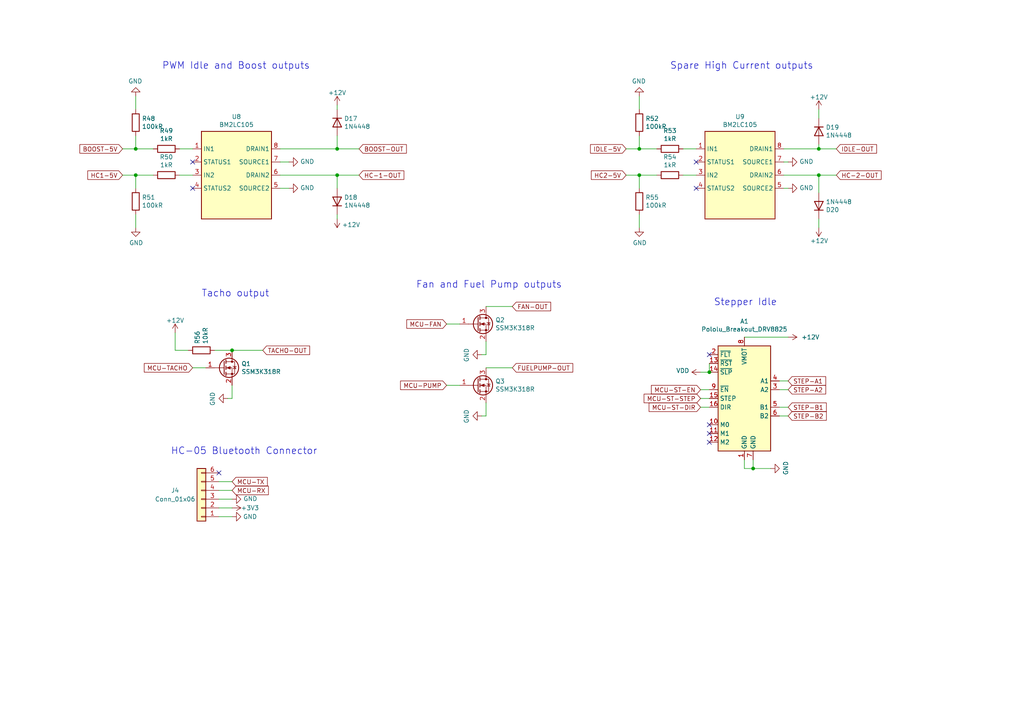
<source format=kicad_sch>
(kicad_sch (version 20211123) (generator eeschema)
  (paper "A4")
  (title_block (title "Speeduino board for Teensy 4.1") (date "2023-01-02") (rev "5") (company "Fontys Eindhoven EXPO group 13 || Speeduino") (comment 1 "Adapted from Speeduino V0.4.4c board"))
  (lib_symbols
    (symbol "Connector_Generic:Conn_01x06" (pin_names (offset 1.016) hide)
      (property "Reference" "J" (at 0 7.62 0))
      (property "Value" "Conn_01x06" (at 0 -10.16 0))
      (symbol "Conn_01x06_1_1"
        (rectangle (start -1.27 -7.493) (end 0 -7.747) (stroke (width 0.1524)))
        (rectangle (start -1.27 -4.953) (end 0 -5.207) (stroke (width 0.1524)))
        (rectangle (start -1.27 -2.413) (end 0 -2.667) (stroke (width 0.1524)))
        (rectangle (start -1.27 0.127) (end 0 -0.127) (stroke (width 0.1524)))
        (rectangle (start -1.27 2.667) (end 0 2.413) (stroke (width 0.1524)))
        (rectangle (start -1.27 5.207) (end 0 4.953) (stroke (width 0.1524)))
        (rectangle (start -1.27 6.35) (end 1.27 -8.89) (stroke (width 0.254)) (fill (type background)))
        (pin passive line (at -5.08 5.08 0) (length 3.81) (name "Pin_1") (number "1"))
        (pin passive line (at -5.08 2.54 0) (length 3.81) (name "Pin_2") (number "2"))
        (pin passive line (at -5.08 0 0) (length 3.81) (name "Pin_3") (number "3"))
        (pin passive line (at -5.08 -2.54 0) (length 3.81) (name "Pin_4") (number "4"))
        (pin passive line (at -5.08 -5.08 0) (length 3.81) (name "Pin_5") (number "5"))
        (pin passive line (at -5.08 -7.62 0) (length 3.81) (name "Pin_6") (number "6"))
      )
    )
    (symbol "Device:D" (pin_numbers hide) (pin_names (offset 1.016) hide)
      (property "Reference" "D" (at 0 2.54 0))
      (property "Value" "D" (at 0 -2.54 0))
      (symbol "D_0_1"
        (polyline (pts (xy -1.27 1.27) (xy -1.27 -1.27)) (stroke (width 0.254)))
        (polyline (pts (xy 1.27 0) (xy -1.27 0)))
        (polyline (pts (xy 1.27 1.27) (xy 1.27 -1.27) (xy -1.27 0) (xy 1.27 1.27)) (stroke (width 0.254)))
      )
      (symbol "D_1_1"
        (pin passive line (at -3.81 0 0) (length 2.54) (name "K") (number "1"))
        (pin passive line (at 3.81 0 180) (length 2.54) (name "A") (number "2"))
      )
    )
    (symbol "Device:R" (pin_numbers hide) (pin_names (offset 0))
      (property "Reference" "R" (at 2.032 0 90))
      (property "Value" "R" (at 0 0 90))
      (symbol "R_0_1"
        (rectangle (start -1.016 -2.54) (end 1.016 2.54) (stroke (width 0.254)))
      )
      (symbol "R_1_1"
        (pin passive line (at 0 3.81 270) (length 1.27) (name "~") (number "1"))
        (pin passive line (at 0 -3.81 90) (length 1.27) (name "~") (number "2"))
      )
    )
    (symbol "Driver_Motor:Pololu_Breakout_DRV8825"
      (property "Reference" "A" (at -2.54 16.51 0))
      (property "Value" "Pololu_Breakout_DRV8825" (at -2.54 13.97 0))
      (symbol "Pololu_Breakout_DRV8825_0_1"
        (rectangle (start 7.62 -17.78) (end -7.62 12.7) (stroke (width 0.254)) (fill (type background)))
      )
      (symbol "Pololu_Breakout_DRV8825_1_1"
        (pin power_in line (at 0 -20.32 90) (length 2.54) (name "GND") (number "1"))
        (pin input line (at -10.16 -10.16 0) (length 2.54) (name "M0") (number "10"))
        (pin input line (at -10.16 -12.7 0) (length 2.54) (name "M1") (number "11"))
        (pin input line (at -10.16 -15.24 0) (length 2.54) (name "M2") (number "12"))
        (pin input line (at -10.16 7.62 0) (length 2.54) (name "~{RST}") (number "13"))
        (pin input line (at -10.16 5.08 0) (length 2.54) (name "~{SLP}") (number "14"))
        (pin input line (at -10.16 -2.54 0) (length 2.54) (name "STEP") (number "15"))
        (pin input line (at -10.16 -5.08 0) (length 2.54) (name "DIR") (number "16"))
        (pin output line (at -10.16 10.16 0) (length 2.54) (name "~{FLT}") (number "2"))
        (pin output line (at 10.16 0 180) (length 2.54) (name "A2") (number "3"))
        (pin output line (at 10.16 2.54 180) (length 2.54) (name "A1") (number "4"))
        (pin output line (at 10.16 -5.08 180) (length 2.54) (name "B1") (number "5"))
        (pin output line (at 10.16 -7.62 180) (length 2.54) (name "B2") (number "6"))
        (pin power_in line (at 2.54 -20.32 90) (length 2.54) (name "GND") (number "7"))
        (pin power_in line (at 0 15.24 270) (length 2.54) (name "VMOT") (number "8"))
        (pin input line (at -10.16 0 0) (length 2.54) (name "~{EN}") (number "9"))
      )
    )
    (symbol "Speeduino-lib:VNLD5090-IC_Automotive"
      (property "Reference" "U4" (at 2.54 14.4018 0))
      (property "Value" "VNLD5090-IC_Automotive" (at 2.54 12.0904 0))
      (symbol "VNLD5090-IC_Automotive_0_1"
        (rectangle (start -7.62 -15.24) (end 12.7 10.16) (stroke (width 0.254)) (fill (type background)))
      )
      (symbol "VNLD5090-IC_Automotive_1_1"
        (pin input line (at -10.16 5.08 0) (length 2.54) (name "IN1") (number "1"))
        (pin output line (at -10.16 1.27 0) (length 2.54) (name "STATUS1") (number "2"))
        (pin input line (at -10.16 -2.54 0) (length 2.54) (name "IN2") (number "3"))
        (pin output line (at -10.16 -6.35 0) (length 2.54) (name "STATUS2") (number "4"))
        (pin input line (at 15.24 -6.35 180) (length 2.54) (name "SOURCE2") (number "5"))
        (pin output line (at 15.24 -2.54 180) (length 2.54) (name "DRAIN2") (number "6"))
        (pin input line (at 15.24 1.27 180) (length 2.54) (name "SOURCE1") (number "7"))
        (pin output line (at 15.24 5.08 180) (length 2.54) (name "DRAIN1") (number "8"))
      )
    )
    (symbol "Transistor_FET:2N7002" (pin_names hide)
      (property "Reference" "Q" (at 5.08 1.905 0))
      (property "Value" "2N7002" (at 5.08 0 0))
      (symbol "2N7002_0_1"
        (polyline (pts (xy 0.254 0) (xy -2.54 0)))
        (polyline (pts (xy 0.254 1.905) (xy 0.254 -1.905)) (stroke (width 0.254)))
        (polyline (pts (xy 0.762 -1.27) (xy 0.762 -2.286)) (stroke (width 0.254)))
        (polyline (pts (xy 0.762 0.508) (xy 0.762 -0.508)) (stroke (width 0.254)))
        (polyline (pts (xy 0.762 2.286) (xy 0.762 1.27)) (stroke (width 0.254)))
        (polyline (pts (xy 2.54 2.54) (xy 2.54 1.778)))
        (polyline (pts (xy 2.54 -2.54) (xy 2.54 0) (xy 0.762 0)))
        (polyline (pts (xy 0.762 -1.778) (xy 3.302 -1.778) (xy 3.302 1.778) (xy 0.762 1.778)))
        (polyline (pts (xy 1.016 0) (xy 2.032 0.381) (xy 2.032 -0.381) (xy 1.016 0)) (fill (type outline)))
        (polyline (pts (xy 2.794 0.508) (xy 2.921 0.381) (xy 3.683 0.381) (xy 3.81 0.254)))
        (polyline (pts (xy 3.302 0.381) (xy 2.921 -0.254) (xy 3.683 -0.254) (xy 3.302 0.381)))
        (circle (center 1.651 0) (radius 2.794) (stroke (width 0.254)))
        (circle (center 2.54 -1.778) (radius 0.254) (fill (type outline)))
        (circle (center 2.54 1.778) (radius 0.254) (fill (type outline)))
      )
      (symbol "2N7002_1_1"
        (pin input line (at -5.08 0 0) (length 2.54) (name "G") (number "1"))
        (pin passive line (at 2.54 -5.08 90) (length 2.54) (name "S") (number "2"))
        (pin passive line (at 2.54 5.08 270) (length 2.54) (name "D") (number "3"))
      )
    )
    (symbol "power:+12V" (power) (pin_names (offset 0))
      (property "Value" "+12V" (at 0 3.556 0))
      (symbol "+12V_0_1"
        (polyline (pts (xy -0.762 1.27) (xy 0 2.54)))
        (polyline (pts (xy 0 0) (xy 0 2.54)))
        (polyline (pts (xy 0 2.54) (xy 0.762 1.27)))
      )
      (symbol "+12V_1_1"
        (pin power_in line (at 0 0 90) (length 0) hide (name "+12V") (number "1"))
      )
    )
    (symbol "power:+3V3" (power) (pin_names (offset 0))
      (property "Value" "+3V3" (at 0 3.556 0))
      (symbol "+3V3_0_1"
        (polyline (pts (xy -0.762 1.27) (xy 0 2.54)))
        (polyline (pts (xy 0 0) (xy 0 2.54)))
        (polyline (pts (xy 0 2.54) (xy 0.762 1.27)))
      )
      (symbol "+3V3_1_1"
        (pin power_in line (at 0 0 90) (length 0) hide (name "+3V3") (number "1"))
      )
    )
    (symbol "power:GND" (power) (pin_names (offset 0))
      (property "Value" "GND" (at 0 -3.81 0))
      (symbol "GND_0_1"
        (polyline (pts (xy 0 0) (xy 0 -1.27) (xy 1.27 -1.27) (xy 0 -2.54) (xy -1.27 -1.27) (xy 0 -1.27)))
      )
      (symbol "GND_1_1"
        (pin power_in line (at 0 0 270) (length 0) hide (name "GND") (number "1"))
      )
    )
    (symbol "power:VDD" (power) (pin_names (offset 0))
      (property "Value" "VDD" (at 0 3.81 0))
      (symbol "VDD_0_1"
        (polyline (pts (xy -0.762 1.27) (xy 0 2.54)))
        (polyline (pts (xy 0 0) (xy 0 2.54)))
        (polyline (pts (xy 0 2.54) (xy 0.762 1.27)))
      )
      (symbol "VDD_1_1"
        (pin power_in line (at 0 0 90) (length 0) hide (name "VDD") (number "1"))
      )
    )
  )
  (junction (at 205.74 107.95))
  (junction (at 185.42 43.18))
  (junction (at 97.79 43.18))
  (junction (at 39.37 50.8))
  (junction (at 39.37 43.18))
  (junction (at 237.49 43.18))
  (junction (at 218.44 135.89))
  (junction (at 97.79 50.8))
  (junction (at 67.31 101.6))
  (junction (at 185.42 50.8))
  (junction (at 237.49 50.8))
  (no_connect (at 205.74 128.27))
  (no_connect (at 205.74 123.19))
  (no_connect (at 63.5 137.16))
  (no_connect (at 55.88 46.99))
  (no_connect (at 201.93 54.61))
  (no_connect (at 55.88 54.61))
  (no_connect (at 205.74 125.73))
  (no_connect (at 201.93 46.99))
  (no_connect (at 205.74 102.87))
  (wire (pts (xy 227.33 50.8) (xy 237.49 50.8)))
  (wire (pts (xy 185.42 50.8) (xy 190.5 50.8)))
  (wire (pts (xy 55.88 106.68) (xy 59.69 106.68)))
  (wire (pts (xy 52.07 43.18) (xy 55.88 43.18)))
  (wire (pts (xy 218.44 135.89) (xy 215.9 135.89)))
  (wire (pts (xy 39.37 62.23) (xy 39.37 66.04)))
  (wire (pts (xy 81.28 50.8) (xy 97.79 50.8)))
  (wire (pts (xy 97.79 30.48) (xy 97.79 31.75)))
  (wire (pts (xy 67.31 101.6) (xy 76.2 101.6)))
  (wire (pts (xy 185.42 54.61) (xy 185.42 50.8)))
  (wire (pts (xy 140.97 102.87) (xy 139.7 102.87)))
  (wire (pts (xy 185.42 62.23) (xy 185.42 66.04)))
  (wire (pts (xy 50.8 101.6) (xy 54.61 101.6)))
  (wire (pts (xy 227.33 43.18) (xy 237.49 43.18)))
  (wire (pts (xy 223.52 135.89) (xy 218.44 135.89)))
  (wire (pts (xy 227.33 46.99) (xy 228.6 46.99)))
  (wire (pts (xy 203.2 118.11) (xy 205.74 118.11)))
  (wire (pts (xy 104.14 43.18) (xy 97.79 43.18)))
  (wire (pts (xy 35.56 50.8) (xy 39.37 50.8)))
  (wire (pts (xy 237.49 31.75) (xy 237.49 34.29)))
  (wire (pts (xy 50.8 96.52) (xy 50.8 101.6)))
  (wire (pts (xy 97.79 62.23) (xy 97.79 63.5)))
  (wire (pts (xy 237.49 50.8) (xy 242.57 50.8)))
  (wire (pts (xy 181.61 50.8) (xy 185.42 50.8)))
  (wire (pts (xy 228.6 54.61) (xy 227.33 54.61)))
  (wire (pts (xy 190.5 43.18) (xy 185.42 43.18)))
  (wire (pts (xy 237.49 43.18) (xy 242.57 43.18)))
  (wire (pts (xy 52.07 50.8) (xy 55.88 50.8)))
  (wire (pts (xy 237.49 66.04) (xy 237.49 63.5)))
  (wire (pts (xy 63.5 149.86) (xy 67.31 149.86)))
  (wire (pts (xy 215.9 97.79) (xy 228.6 97.79)))
  (wire (pts (xy 97.79 39.37) (xy 97.79 43.18)))
  (wire (pts (xy 39.37 50.8) (xy 44.45 50.8)))
  (wire (pts (xy 140.97 88.9) (xy 148.59 88.9)))
  (wire (pts (xy 237.49 50.8) (xy 237.49 55.88)))
  (wire (pts (xy 63.5 139.7) (xy 67.31 139.7)))
  (wire (pts (xy 198.12 50.8) (xy 201.93 50.8)))
  (wire (pts (xy 228.6 113.03) (xy 226.06 113.03)))
  (wire (pts (xy 140.97 99.06) (xy 140.97 102.87)))
  (wire (pts (xy 129.54 93.98) (xy 133.35 93.98)))
  (wire (pts (xy 140.97 106.68) (xy 148.59 106.68)))
  (wire (pts (xy 39.37 39.37) (xy 39.37 43.18)))
  (wire (pts (xy 218.44 133.35) (xy 218.44 135.89)))
  (wire (pts (xy 62.23 101.6) (xy 67.31 101.6)))
  (wire (pts (xy 185.42 39.37) (xy 185.42 43.18)))
  (wire (pts (xy 203.2 113.03) (xy 205.74 113.03)))
  (wire (pts (xy 198.12 43.18) (xy 201.93 43.18)))
  (wire (pts (xy 97.79 43.18) (xy 81.28 43.18)))
  (wire (pts (xy 205.74 107.95) (xy 205.74 105.41)))
  (wire (pts (xy 67.31 111.76) (xy 67.31 115.57)))
  (wire (pts (xy 39.37 31.75) (xy 39.37 27.94)))
  (wire (pts (xy 205.74 115.57) (xy 203.2 115.57)))
  (wire (pts (xy 97.79 50.8) (xy 104.14 50.8)))
  (wire (pts (xy 35.56 43.18) (xy 39.37 43.18)))
  (wire (pts (xy 185.42 31.75) (xy 185.42 27.94)))
  (wire (pts (xy 67.31 147.32) (xy 63.5 147.32)))
  (wire (pts (xy 44.45 43.18) (xy 39.37 43.18)))
  (wire (pts (xy 226.06 110.49) (xy 228.6 110.49)))
  (wire (pts (xy 237.49 41.91) (xy 237.49 43.18)))
  (wire (pts (xy 140.97 120.65) (xy 139.7 120.65)))
  (wire (pts (xy 67.31 142.24) (xy 63.5 142.24)))
  (wire (pts (xy 215.9 135.89) (xy 215.9 133.35)))
  (wire (pts (xy 39.37 54.61) (xy 39.37 50.8)))
  (wire (pts (xy 203.2 107.95) (xy 205.74 107.95)))
  (wire (pts (xy 140.97 116.84) (xy 140.97 120.65)))
  (wire (pts (xy 83.82 54.61) (xy 81.28 54.61)))
  (wire (pts (xy 97.79 50.8) (xy 97.79 54.61)))
  (wire (pts (xy 228.6 120.65) (xy 226.06 120.65)))
  (wire (pts (xy 129.54 111.76) (xy 133.35 111.76)))
  (wire (pts (xy 67.31 144.78) (xy 63.5 144.78)))
  (wire (pts (xy 81.28 46.99) (xy 83.82 46.99)))
  (wire (pts (xy 67.31 115.57) (xy 66.04 115.57)))
  (wire (pts (xy 181.61 43.18) (xy 185.42 43.18)))
  (wire (pts (xy 226.06 118.11) (xy 228.6 118.11)))
  (text "Fan and Fuel Pump outputs" (at 120.65 83.82 0) (effects (font (size 1.9812 1.9812)) (justify left bottom)))
  (text "Stepper Idle" (at 207.01 88.9 0) (effects (font (size 1.9812 1.9812)) (justify left bottom)))
  (text "PWM Idle and Boost outputs" (at 46.99 20.32 0) (effects (font (size 1.9812 1.9812)) (justify left bottom)))
  (text "HC-05 Bluetooth Connector" (at 49.53 132.08 0) (effects (font (size 1.9812 1.9812)) (justify left bottom)))
  (text "Tacho output" (at 58.42 86.36 0) (effects (font (size 1.9812 1.9812)) (justify left bottom)))
  (text "Spare High Current outputs" (at 194.31 20.32 0) (effects (font (size 1.9812 1.9812)) (justify left bottom)))
  (global_label "STEP-A1" (shape input) (at 228.6 110.49 0) (property "Intersheet References" "${INTERSHEET_REFS}" (effects hide)))
  (global_label "BOOST-OUT" (shape input) (at 104.14 43.18 0) (property "Intersheet References" "${INTERSHEET_REFS}" (effects hide)))
  (global_label "MCU-PUMP" (shape input) (at 129.54 111.76 180) (property "Intersheet References" "${INTERSHEET_REFS}" (effects hide)))
  (global_label "STEP-B1" (shape input) (at 228.6 118.11 0) (property "Intersheet References" "${INTERSHEET_REFS}" (effects hide)))
  (global_label "TACHO-OUT" (shape input) (at 76.2 101.6 0) (property "Intersheet References" "${INTERSHEET_REFS}" (effects hide)))
  (global_label "HC-1-OUT" (shape input) (at 104.14 50.8 0) (property "Intersheet References" "${INTERSHEET_REFS}" (effects hide)))
  (global_label "IDLE-5V" (shape input) (at 181.61 43.18 180) (property "Intersheet References" "${INTERSHEET_REFS}" (effects hide)))
  (global_label "MCU-TX" (shape input) (at 67.31 139.7 0) (property "Intersheet References" "${INTERSHEET_REFS}" (effects hide)))
  (global_label "HC1-5V" (shape input) (at 35.56 50.8 180) (property "Intersheet References" "${INTERSHEET_REFS}" (effects hide)))
  (global_label "MCU-ST-STEP" (shape input) (at 203.2 115.57 180) (property "Intersheet References" "${INTERSHEET_REFS}" (effects hide)))
  (global_label "STEP-B2" (shape input) (at 228.6 120.65 0) (property "Intersheet References" "${INTERSHEET_REFS}" (effects hide)))
  (global_label "HC-2-OUT" (shape input) (at 242.57 50.8 0) (property "Intersheet References" "${INTERSHEET_REFS}" (effects hide)))
  (global_label "STEP-A2" (shape input) (at 228.6 113.03 0) (property "Intersheet References" "${INTERSHEET_REFS}" (effects hide)))
  (global_label "FAN-OUT" (shape input) (at 148.59 88.9 0) (property "Intersheet References" "${INTERSHEET_REFS}" (effects hide)))
  (global_label "FUELPUMP-OUT" (shape input) (at 148.59 106.68 0) (property "Intersheet References" "${INTERSHEET_REFS}" (effects hide)))
  (global_label "HC2-5V" (shape input) (at 181.61 50.8 180) (property "Intersheet References" "${INTERSHEET_REFS}" (effects hide)))
  (global_label "MCU-ST-EN" (shape input) (at 203.2 113.03 180) (property "Intersheet References" "${INTERSHEET_REFS}" (effects hide)))
  (global_label "BOOST-5V" (shape input) (at 35.56 43.18 180) (property "Intersheet References" "${INTERSHEET_REFS}" (effects hide)))
  (global_label "MCU-TACHO" (shape input) (at 55.88 106.68 180) (property "Intersheet References" "${INTERSHEET_REFS}" (effects hide)))
  (global_label "IDLE-OUT" (shape input) (at 242.57 43.18 0) (property "Intersheet References" "${INTERSHEET_REFS}" (effects hide)))
  (global_label "MCU-RX" (shape input) (at 67.31 142.24 0) (property "Intersheet References" "${INTERSHEET_REFS}" (effects hide)))
  (global_label "MCU-FAN" (shape input) (at 129.54 93.98 180) (property "Intersheet References" "${INTERSHEET_REFS}" (effects hide)))
  (global_label "MCU-ST-DIR" (shape input) (at 203.2 118.11 180) (property "Intersheet References" "${INTERSHEET_REFS}" (effects hide)))
  (symbol (lib_id "Device:D") (at 237.49 38.1 270) (unit 1)
    (property "Reference" "D19" (at 239.4966 36.9316 90) (effects (justify left)))
    (property "Value" "1N4448" (at 239.4966 39.243 90) (effects (justify left)))
    (property "Footprint" "Diode_SMD:D_SOD-123" (effects hide))
    (property "Digikey Part Number" "1843738" (effects hide))
    (property "Manufacturer_Name" "Diodes inc." (effects hide))
    (property "Manufacturer_Part_Number" "1N4448W-7-F" (effects hide))
    (property "URL" "https://nl.farnell.com/diodes-inc/1n4448w-7-f/diode-switching-75v-0-4w-sod123/dp/1843738?st=1n4448" (effects hide))
  )
  (symbol (lib_id "Speeduino-lib:VNLD5090-IC_Automotive") (at 66.04 48.26 0) (unit 1)
    (property "Reference" "U8" (at 68.58 33.8582 0))
    (property "Value" "BM2LC105" (at 68.58 36.1696 0))
    (property "Footprint" "Package_SO:SOP-8_3.9x4.9mm_P1.27mm" (effects hide))
    (property "Manufacturer_Name" "Rohm Semi" (effects hide))
    (property "Manufacturer_Part_Number" "BM2LC105FJ-CE2" (effects hide))
    (property "URL" "https://www.digikey.nl/nl/products/detail/rohm-semiconductor/BM2LC105FJ-CE2/10249308?s=N4IgTCBcDaIEIFkwBkDCBGADAVgGICkBaVAUQgF0BfIA" (effects hide))
    (property "Digikey Part Number" "BM2LC105FJ-CE2CT-ND" (effects hide))
  )
  (symbol (lib_id "Device:R") (at 48.26 43.18 270) (unit 1)
    (property "Reference" "R49" (at 48.26 37.9222 90))
    (property "Value" "1kR" (at 48.26 40.2336 90))
    (property "Footprint" "Resistor_SMD:R_0402_1005Metric" (effects hide))
    (property "Digikey Part Number" "2502798" (effects hide))
    (property "Manufacturer_Name" "Walsin" (effects hide))
    (property "Manufacturer_Part_Number" "WF04P1001FTL" (effects hide))
    (property "URL" "https://nl.farnell.com/walsin/wf04p1001ftl/res-1k-1-50v-0402-thick-film/dp/2502798" (effects hide))
  )
  (symbol (lib_id "Device:R") (at 48.26 50.8 270) (unit 1)
    (property "Reference" "R50" (at 48.26 45.5422 90))
    (property "Value" "1kR" (at 48.26 47.8536 90))
    (property "Footprint" "Resistor_SMD:R_0402_1005Metric" (effects hide))
    (property "Digikey Part Number" "2502798" (effects hide))
    (property "Manufacturer_Name" "Walsin" (effects hide))
    (property "Manufacturer_Part_Number" "WF04P1001FTL" (effects hide))
    (property "URL" "https://nl.farnell.com/walsin/wf04p1001ftl/res-1k-1-50v-0402-thick-film/dp/2502798" (effects hide))
  )
  (symbol (lib_id "Device:R") (at 39.37 58.42 180) (unit 1)
    (property "Reference" "R51" (at 41.148 57.2516 0) (effects (justify right)))
    (property "Value" "100kR" (at 41.148 59.563 0) (effects (justify right)))
    (property "Footprint" "Resistor_SMD:R_0402_1005Metric" (effects hide))
    (property "Digikey Part Number" "2502803" (effects hide))
    (property "Manufacturer_Name" "Walsin" (effects hide))
    (property "Manufacturer_Part_Number" "WF04P1003FTL" (effects hide))
    (property "URL" "https://nl.farnell.com/walsin/wf04p1003ftl/res-100k-1-50v-0402-thick-film/dp/2502803" (effects hide))
  )
  (symbol (lib_id "Device:R") (at 39.37 35.56 180) (unit 1)
    (property "Reference" "R48" (at 41.148 34.3916 0) (effects (justify right)))
    (property "Value" "100kR" (at 41.148 36.703 0) (effects (justify right)))
    (property "Footprint" "Resistor_SMD:R_0402_1005Metric" (effects hide))
    (property "Digikey Part Number" "2502803" (effects hide))
    (property "Manufacturer_Name" "Walsin" (effects hide))
    (property "Manufacturer_Part_Number" "WF04P1003FTL" (effects hide))
    (property "URL" "https://nl.farnell.com/walsin/wf04p1003ftl/res-100k-1-50v-0402-thick-film/dp/2502803" (effects hide))
  )
  (symbol (lib_id "power:GND") (at 39.37 27.94 180) (unit 1)
    (property "Reference" "#PWR0188" (effects hide))
    (property "Value" "GND" (at 39.243 23.5458 0))
  )
  (symbol (lib_id "power:GND") (at 39.37 66.04 0) (unit 1)
    (property "Reference" "#PWR0176" (effects hide))
    (property "Value" "GND" (at 39.497 70.4342 0))
  )
  (symbol (lib_id "power:GND") (at 83.82 46.99 90) (unit 1)
    (property "Reference" "#PWR0185" (effects hide))
    (property "Value" "GND" (at 87.0712 46.863 90) (effects (justify right)))
  )
  (symbol (lib_id "power:GND") (at 83.82 54.61 90) (unit 1)
    (property "Reference" "#PWR0184" (effects hide))
    (property "Value" "GND" (at 87.0712 54.483 90) (effects (justify right)))
  )
  (symbol (lib_id "Speeduino-lib:VNLD5090-IC_Automotive") (at 212.09 48.26 0) (unit 1)
    (property "Reference" "U9" (at 214.63 33.8582 0))
    (property "Value" "BM2LC105" (at 214.63 36.1696 0))
    (property "Footprint" "Package_SO:SOP-8_3.9x4.9mm_P1.27mm" (effects hide))
    (property "Manufacturer_Name" "Rohm Semi" (effects hide))
    (property "Manufacturer_Part_Number" "BM2LC105FJ-CE2" (effects hide))
    (property "URL" "https://www.digikey.nl/nl/products/detail/rohm-semiconductor/BM2LC105FJ-CE2/10249308?s=N4IgTCBcDaIEIFkwBkDCBGADAVgGICkBaVAUQgF0BfIA" (effects hide))
    (property "Digikey Part Number" "BM2LC105FJ-CE2CT-ND" (effects hide))
  )
  (symbol (lib_id "Device:R") (at 194.31 43.18 270) (unit 1)
    (property "Reference" "R53" (at 194.31 37.9222 90))
    (property "Value" "1kR" (at 194.31 40.2336 90))
    (property "Footprint" "Resistor_SMD:R_0402_1005Metric" (effects hide))
    (property "Digikey Part Number" "2502798" (effects hide))
    (property "Manufacturer_Name" "Walsin" (effects hide))
    (property "Manufacturer_Part_Number" "WF04P1001FTL" (effects hide))
    (property "URL" "https://nl.farnell.com/walsin/wf04p1001ftl/res-1k-1-50v-0402-thick-film/dp/2502798" (effects hide))
  )
  (symbol (lib_id "Device:R") (at 194.31 50.8 270) (unit 1)
    (property "Reference" "R54" (at 194.31 45.5422 90))
    (property "Value" "1kR" (at 194.31 47.8536 90))
    (property "Footprint" "Resistor_SMD:R_0402_1005Metric" (effects hide))
    (property "Digikey Part Number" "2502798" (effects hide))
    (property "Manufacturer_Name" "Walsin" (effects hide))
    (property "Manufacturer_Part_Number" "WF04P1001FTL" (effects hide))
    (property "URL" "https://nl.farnell.com/walsin/wf04p1001ftl/res-1k-1-50v-0402-thick-film/dp/2502798" (effects hide))
  )
  (symbol (lib_id "Device:R") (at 185.42 58.42 180) (unit 1)
    (property "Reference" "R55" (at 187.198 57.2516 0) (effects (justify right)))
    (property "Value" "100kR" (at 187.198 59.563 0) (effects (justify right)))
    (property "Footprint" "Resistor_SMD:R_0402_1005Metric" (effects hide))
    (property "Digikey Part Number" "2502803" (effects hide))
    (property "Manufacturer_Name" "Walsin" (effects hide))
    (property "Manufacturer_Part_Number" "WF04P1003FTL" (effects hide))
    (property "URL" "https://nl.farnell.com/walsin/wf04p1003ftl/res-100k-1-50v-0402-thick-film/dp/2502803" (effects hide))
  )
  (symbol (lib_id "Device:R") (at 185.42 35.56 180) (unit 1)
    (property "Reference" "R52" (at 187.198 34.3916 0) (effects (justify right)))
    (property "Value" "100kR" (at 187.198 36.703 0) (effects (justify right)))
    (property "Footprint" "Resistor_SMD:R_0402_1005Metric" (effects hide))
    (property "Digikey Part Number" "2502803" (effects hide))
    (property "Manufacturer_Name" "Walsin" (effects hide))
    (property "Manufacturer_Part_Number" "WF04P1003FTL" (effects hide))
    (property "URL" "https://nl.farnell.com/walsin/wf04p1003ftl/res-100k-1-50v-0402-thick-film/dp/2502803" (effects hide))
  )
  (symbol (lib_id "power:GND") (at 185.42 27.94 180) (unit 1)
    (property "Reference" "#PWR0172" (effects hide))
    (property "Value" "GND" (at 185.293 23.5458 0))
  )
  (symbol (lib_id "power:GND") (at 185.42 66.04 0) (unit 1)
    (property "Reference" "#PWR0169" (effects hide))
    (property "Value" "GND" (at 185.547 70.4342 0))
  )
  (symbol (lib_id "power:GND") (at 228.6 46.99 90) (unit 1)
    (property "Reference" "#PWR0170" (effects hide))
    (property "Value" "GND" (at 231.8512 46.863 90) (effects (justify right)))
  )
  (symbol (lib_id "power:GND") (at 228.6 54.61 90) (unit 1)
    (property "Reference" "#PWR0173" (effects hide))
    (property "Value" "GND" (at 231.8512 54.483 90) (effects (justify right)))
  )
  (symbol (lib_id "Device:D") (at 97.79 58.42 90) (unit 1)
    (property "Reference" "D18" (at 99.7966 57.2516 90) (effects (justify right)))
    (property "Value" "1N4448" (at 99.7966 59.563 90) (effects (justify right)))
    (property "Footprint" "Diode_SMD:D_SOD-123" (effects hide))
    (property "Digikey Part Number" "1843738" (effects hide))
    (property "Manufacturer_Name" "Diodes inc." (effects hide))
    (property "Manufacturer_Part_Number" "1N4448W-7-F" (effects hide))
    (property "URL" "https://nl.farnell.com/diodes-inc/1n4448w-7-f/diode-switching-75v-0-4w-sod123/dp/1843738?st=1n4448" (effects hide))
  )
  (symbol (lib_id "Device:D") (at 97.79 35.56 270) (unit 1)
    (property "Reference" "D17" (at 99.7966 34.3916 90) (effects (justify left)))
    (property "Value" "1N4448" (at 99.7966 36.703 90) (effects (justify left)))
    (property "Footprint" "Diode_SMD:D_SOD-123" (effects hide))
    (property "Digikey Part Number" "1843738" (effects hide))
    (property "Manufacturer_Name" "Diodes inc." (effects hide))
    (property "Manufacturer_Part_Number" "1N4448W-7-F" (effects hide))
    (property "URL" "https://nl.farnell.com/diodes-inc/1n4448w-7-f/diode-switching-75v-0-4w-sod123/dp/1843738?st=1n4448" (effects hide))
  )
  (symbol (lib_id "Device:R") (at 58.42 101.6 270) (unit 1)
    (property "Reference" "R56" (at 57.2516 99.822 0) (effects (justify right)))
    (property "Value" "10kR" (at 59.563 99.822 0) (effects (justify right)))
    (property "Footprint" "Resistor_SMD:R_0805_2012Metric" (effects hide))
    (property "Digikey Part Number" "3399587" (effects hide))
    (property "Manufacturer_Name" "Neohm" (effects hide))
    (property "Manufacturer_Part_Number" "CRG0805F10K/10" (effects hide))
    (property "URL" "https://nl.farnell.com/te-connectivity-neohm/crg0805f10k-10/res-10k-1-0-125w-0805-thick-film/dp/3399587" (effects hide))
  )
  (symbol (lib_id "Connector_Generic:Conn_01x06") (at 58.42 144.78 180) (unit 1)
    (property "Reference" "J4" (at 50.8 142.24 0))
    (property "Value" "Conn_01x06" (at 50.8 144.78 0))
    (property "Footprint" "Connector_PinHeader_2.54mm:PinHeader_1x06_P2.54mm_Horizontal" (effects hide))
  )
  (symbol (lib_id "power:GND") (at 67.31 144.78 90) (unit 1)
    (property "Reference" "#PWR0178" (effects hide))
    (property "Value" "GND" (at 70.5612 144.653 90) (effects (justify right)))
  )
  (symbol (lib_id "Driver_Motor:Pololu_Breakout_DRV8825") (at 215.9 113.03 0) (unit 1)
    (property "Reference" "A1" (at 215.9 93.1926 0))
    (property "Value" "Pololu_Breakout_DRV8825" (at 215.9 95.504 0))
    (property "Footprint" "Module:Pololu_Breakout-16_15.2x20.3mm" (effects hide))
  )
  (symbol (lib_id "power:GND") (at 223.52 135.89 90) (unit 1)
    (property "Reference" "#PWR0181" (effects hide))
    (property "Value" "GND" (at 227.9142 135.763 0))
  )
  (symbol (lib_id "power:VDD") (at 203.2 107.95 90) (unit 1)
    (property "Reference" "#PWR0183" (effects hide))
    (property "Value" "VDD" (at 199.9488 107.5182 90) (effects (justify left)))
  )
  (symbol (lib_id "Transistor_FET:2N7002") (at 64.77 106.68 0) (unit 1)
    (property "Reference" "Q1" (at 70.0024 105.5116 0) (effects (justify left)))
    (property "Value" "SSM3K318R" (at 70.0024 107.823 0) (effects (justify left)))
    (property "Footprint" "Package_TO_SOT_SMD:SOT-23" (effects hide))
    (property "Digikey Part Number" "3870097" (effects hide))
    (property "Manufacturer_Name" "Toshiba" (effects hide))
    (property "Manufacturer_Part_Number" "SSM3K318R" (effects hide))
    (property "URL" "https://nl.farnell.com/toshiba/ssm3k318r-lf-t/mosfet-n-ch-60v-2-5a-sot-23f/dp/3870097" (effects hide))
  )
  (symbol (lib_id "Device:D") (at 237.49 59.69 270) (mirror x) (unit 1)
    (property "Reference" "D20" (at 239.4966 60.8584 90) (effects (justify left)))
    (property "Value" "1N4448" (at 239.4966 58.547 90) (effects (justify left)))
    (property "Footprint" "Diode_SMD:D_SOD-123" (effects hide))
    (property "Digikey Part Number" "1843738" (effects hide))
    (property "Manufacturer_Name" "Diodes inc." (effects hide))
    (property "Manufacturer_Part_Number" "1N4448W-7-F" (effects hide))
    (property "URL" "https://nl.farnell.com/diodes-inc/1n4448w-7-f/diode-switching-75v-0-4w-sod123/dp/1843738?st=1n4448" (effects hide))
  )
  (symbol (lib_id "Transistor_FET:2N7002") (at 138.43 111.76 0) (unit 1)
    (property "Reference" "Q3" (at 143.6624 110.5916 0) (effects (justify left)))
    (property "Value" "SSM3K318R" (at 143.6624 112.903 0) (effects (justify left)))
    (property "Footprint" "Package_TO_SOT_SMD:SOT-23" (effects hide))
    (property "Digikey Part Number" "3870097" (effects hide))
    (property "Manufacturer_Name" "Toshiba" (effects hide))
    (property "Manufacturer_Part_Number" "SSM3K318R" (effects hide))
    (property "URL" "https://nl.farnell.com/toshiba/ssm3k318r-lf-t/mosfet-n-ch-60v-2-5a-sot-23f/dp/3870097" (effects hide))
  )
  (symbol (lib_id "Transistor_FET:2N7002") (at 138.43 93.98 0) (unit 1)
    (property "Reference" "Q2" (at 143.6624 92.8116 0) (effects (justify left)))
    (property "Value" "SSM3K318R" (at 143.6624 95.123 0) (effects (justify left)))
    (property "Footprint" "Package_TO_SOT_SMD:SOT-23" (effects hide))
    (property "Digikey Part Number" "3870097" (effects hide))
    (property "Manufacturer_Name" "Toshiba" (effects hide))
    (property "Manufacturer_Part_Number" "SSM3K318R" (effects hide))
    (property "URL" "https://nl.farnell.com/toshiba/ssm3k318r-lf-t/mosfet-n-ch-60v-2-5a-sot-23f/dp/3870097" (effects hide))
  )
  (symbol (lib_id "power:GND") (at 139.7 120.65 270) (unit 1)
    (property "Reference" "#PWR0189" (effects hide))
    (property "Value" "GND" (at 135.3058 120.777 0))
  )
  (symbol (lib_id "power:GND") (at 139.7 102.87 270) (unit 1)
    (property "Reference" "#PWR0190" (effects hide))
    (property "Value" "GND" (at 135.3058 102.997 0))
  )
  (symbol (lib_id "power:GND") (at 66.04 115.57 270) (unit 1)
    (property "Reference" "#PWR0175" (effects hide))
    (property "Value" "GND" (at 61.6458 115.697 0))
  )
  (symbol (lib_id "power:+12V") (at 50.8 96.52 0) (unit 1)
    (property "Reference" "#PWR0177" (effects hide))
    (property "Value" "+12V" (at 50.8 92.9442 0))
  )
  (symbol (lib_id "power:+3V3") (at 67.31 147.32 270) (unit 1)
    (property "Reference" "#PWR0179" (effects hide))
    (property "Value" "+3V3" (at 69.85 147.32 90) (effects (justify left)))
  )
  (symbol (lib_id "power:+12V") (at 97.79 63.5 180) (unit 1)
    (property "Reference" "#PWR0186" (effects hide))
    (property "Value" "+12V" (at 99.187 65.2038 0) (effects (justify right)))
  )
  (symbol (lib_id "power:+12V") (at 237.49 66.04 180) (unit 1)
    (property "Reference" "#PWR0174" (effects hide))
    (property "Value" "+12V" (at 234.95 69.85 0) (effects (justify right)))
  )
  (symbol (lib_id "power:+12V") (at 97.79 30.48 0) (unit 1)
    (property "Reference" "#PWR0187" (effects hide))
    (property "Value" "+12V" (at 97.79 26.9042 0))
  )
  (symbol (lib_id "power:GND") (at 67.31 149.86 90) (unit 1)
    (property "Reference" "#PWR0180" (effects hide))
    (property "Value" "GND" (at 70.485 149.86 90) (effects (justify right)))
  )
  (symbol (lib_id "power:+12V") (at 237.49 31.75 0) (unit 1)
    (property "Reference" "#PWR0171" (effects hide))
    (property "Value" "+12V" (at 237.49 28.1742 0))
  )
  (symbol (lib_id "power:+12V") (at 228.6 97.79 270) (unit 1)
    (property "Reference" "#PWR0182" (effects hide))
    (property "Value" "+12V" (at 232.41 97.79 90) (effects (justify left)))
  )
)
</source>
